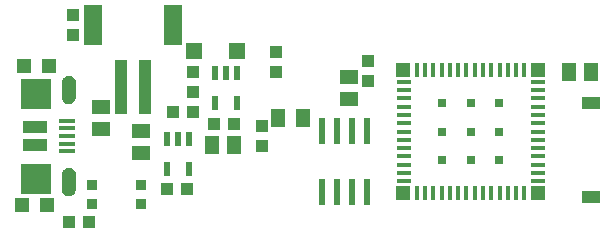
<source format=gbr>
G04 EAGLE Gerber RS-274X export*
G75*
%MOMM*%
%FSLAX34Y34*%
%LPD*%
%INSolderpaste Top*%
%IPPOS*%
%AMOC8*
5,1,8,0,0,1.08239X$1,22.5*%
G01*
%ADD10R,1.500000X1.240000*%
%ADD11R,1.100000X1.000000*%
%ADD12R,1.240000X1.500000*%
%ADD13R,1.200000X1.200000*%
%ADD14R,1.000000X1.100000*%
%ADD15R,1.350000X0.400000*%
%ADD16R,2.000000X1.000000*%
%ADD17R,2.500000X2.500000*%
%ADD18R,0.550000X1.200000*%
%ADD19R,1.400000X1.400000*%
%ADD20R,1.000000X4.600000*%
%ADD21R,1.600000X3.400000*%
%ADD22R,1.150000X1.150000*%
%ADD23R,0.350000X1.250000*%
%ADD24R,1.250000X0.350000*%
%ADD25R,0.700000X0.700000*%
%ADD26R,0.900000X0.900000*%
%ADD27R,0.600000X2.200000*%
%ADD28R,1.200000X1.500000*%
%ADD29R,1.500000X1.000000*%

G36*
X53548Y141173D02*
X53548Y141173D01*
X54822Y141373D01*
X54869Y141390D01*
X54959Y141411D01*
X56155Y141889D01*
X56198Y141916D01*
X56281Y141956D01*
X57341Y142688D01*
X57377Y142724D01*
X57448Y142782D01*
X58319Y143732D01*
X58346Y143774D01*
X58403Y143847D01*
X59040Y144967D01*
X59057Y145014D01*
X59096Y145097D01*
X59469Y146331D01*
X59474Y146381D01*
X59494Y146471D01*
X59583Y147756D01*
X59581Y147776D01*
X59584Y147800D01*
X59584Y158800D01*
X59582Y158815D01*
X59583Y158835D01*
X59522Y159961D01*
X59511Y160008D01*
X59503Y160084D01*
X59222Y161177D01*
X59202Y161221D01*
X59180Y161294D01*
X58692Y162311D01*
X58664Y162350D01*
X58627Y162417D01*
X57950Y163320D01*
X57915Y163353D01*
X57866Y163411D01*
X57026Y164164D01*
X56985Y164190D01*
X56925Y164238D01*
X55954Y164812D01*
X55909Y164829D01*
X55842Y164865D01*
X54777Y165239D01*
X54730Y165247D01*
X54657Y165269D01*
X53540Y165428D01*
X53512Y165427D01*
X53360Y165428D01*
X52244Y165269D01*
X52198Y165254D01*
X52123Y165239D01*
X51058Y164865D01*
X51016Y164841D01*
X50946Y164812D01*
X49975Y164238D01*
X49938Y164206D01*
X49874Y164164D01*
X49034Y163411D01*
X49005Y163374D01*
X48950Y163320D01*
X48273Y162417D01*
X48251Y162374D01*
X48208Y162311D01*
X47720Y161294D01*
X47707Y161247D01*
X47678Y161177D01*
X47397Y160084D01*
X47394Y160036D01*
X47378Y159961D01*
X47317Y158835D01*
X47319Y158819D01*
X47316Y158800D01*
X47316Y147800D01*
X47319Y147785D01*
X47317Y147765D01*
X47378Y146639D01*
X47390Y146592D01*
X47397Y146516D01*
X47678Y145423D01*
X47698Y145379D01*
X47720Y145306D01*
X48208Y144289D01*
X48237Y144250D01*
X48273Y144183D01*
X48950Y143280D01*
X48985Y143247D01*
X49034Y143189D01*
X49874Y142436D01*
X49915Y142410D01*
X49975Y142362D01*
X50946Y141788D01*
X50991Y141771D01*
X51058Y141735D01*
X52123Y141361D01*
X52170Y141353D01*
X52244Y141331D01*
X53360Y141172D01*
X53361Y141172D01*
X53548Y141173D01*
G37*
G36*
X53548Y63173D02*
X53548Y63173D01*
X54822Y63373D01*
X54869Y63390D01*
X54959Y63411D01*
X56155Y63889D01*
X56198Y63916D01*
X56281Y63956D01*
X57341Y64688D01*
X57377Y64724D01*
X57448Y64782D01*
X58319Y65732D01*
X58346Y65774D01*
X58403Y65847D01*
X59040Y66967D01*
X59057Y67014D01*
X59096Y67097D01*
X59469Y68331D01*
X59474Y68381D01*
X59494Y68471D01*
X59583Y69756D01*
X59581Y69776D01*
X59584Y69800D01*
X59584Y80800D01*
X59582Y80815D01*
X59583Y80835D01*
X59522Y81961D01*
X59511Y82008D01*
X59503Y82084D01*
X59222Y83177D01*
X59202Y83221D01*
X59180Y83294D01*
X58692Y84311D01*
X58664Y84350D01*
X58627Y84417D01*
X57950Y85320D01*
X57915Y85353D01*
X57866Y85411D01*
X57026Y86164D01*
X56985Y86190D01*
X56925Y86238D01*
X55954Y86812D01*
X55909Y86829D01*
X55842Y86865D01*
X54777Y87239D01*
X54730Y87247D01*
X54657Y87269D01*
X53540Y87428D01*
X53512Y87427D01*
X53360Y87428D01*
X52244Y87269D01*
X52198Y87254D01*
X52123Y87239D01*
X51058Y86865D01*
X51016Y86841D01*
X50946Y86812D01*
X49975Y86238D01*
X49938Y86206D01*
X49874Y86164D01*
X49034Y85411D01*
X49005Y85374D01*
X48950Y85320D01*
X48273Y84417D01*
X48251Y84374D01*
X48208Y84311D01*
X47720Y83294D01*
X47707Y83247D01*
X47678Y83177D01*
X47397Y82084D01*
X47394Y82036D01*
X47378Y81961D01*
X47317Y80835D01*
X47319Y80819D01*
X47316Y80800D01*
X47316Y69800D01*
X47319Y69785D01*
X47317Y69765D01*
X47378Y68639D01*
X47390Y68592D01*
X47397Y68516D01*
X47678Y67423D01*
X47698Y67379D01*
X47720Y67306D01*
X48208Y66289D01*
X48237Y66250D01*
X48273Y66183D01*
X48950Y65280D01*
X48985Y65247D01*
X49034Y65189D01*
X49874Y64436D01*
X49915Y64410D01*
X49975Y64362D01*
X50946Y63788D01*
X50991Y63771D01*
X51058Y63735D01*
X52123Y63361D01*
X52170Y63353D01*
X52244Y63331D01*
X53360Y63172D01*
X53361Y63172D01*
X53548Y63173D01*
G37*
D10*
X80880Y120090D03*
X80880Y139090D03*
D11*
X193664Y124630D03*
X176664Y124630D03*
D12*
X193304Y106530D03*
X174304Y106530D03*
D13*
X15950Y173590D03*
X36950Y173590D03*
D14*
X57150Y216780D03*
X57150Y199780D03*
D15*
X52200Y127300D03*
X52200Y120800D03*
X52200Y114300D03*
X52200Y107800D03*
X52200Y101300D03*
D16*
X24450Y121800D03*
X24450Y106800D03*
D17*
X25450Y150300D03*
X25450Y78300D03*
D18*
X196190Y167941D03*
X186690Y167941D03*
X177190Y167941D03*
X177190Y141939D03*
X196190Y141939D03*
D19*
X196300Y186690D03*
X159300Y186690D03*
D20*
X97950Y156040D03*
X117950Y156040D03*
D21*
X73950Y208040D03*
X141950Y208040D03*
D18*
X155550Y112061D03*
X146050Y112061D03*
X136550Y112061D03*
X136550Y86059D03*
X155550Y86059D03*
D13*
X34630Y55880D03*
X13630Y55880D03*
D11*
X53730Y41910D03*
X70730Y41910D03*
D10*
X114300Y118720D03*
X114300Y99720D03*
D11*
X153788Y69850D03*
X136788Y69850D03*
D14*
X158750Y168520D03*
X158750Y151520D03*
D11*
X158360Y134620D03*
X141360Y134620D03*
D14*
X217170Y122800D03*
X217170Y105800D03*
D22*
X450950Y65860D03*
D23*
X348200Y66235D03*
X355200Y66235D03*
X362200Y66235D03*
X369200Y66235D03*
X376200Y66235D03*
X383200Y66235D03*
X390200Y66235D03*
X397200Y66235D03*
X404200Y66235D03*
X411200Y66235D03*
X418200Y66235D03*
X425200Y66235D03*
X432200Y66235D03*
X439200Y66235D03*
D24*
X450450Y76110D03*
X450450Y83110D03*
X450450Y90110D03*
X450450Y97110D03*
X450450Y104110D03*
X450450Y111110D03*
X450450Y118110D03*
X450450Y125110D03*
X450450Y132110D03*
X450450Y139110D03*
X450450Y146110D03*
X450450Y153110D03*
X450450Y160110D03*
D22*
X450950Y170360D03*
X336450Y170360D03*
X336450Y65860D03*
D23*
X439200Y169985D03*
X432200Y169985D03*
X425200Y169985D03*
X418200Y169985D03*
X411200Y169985D03*
X404200Y169985D03*
X397200Y169985D03*
X390200Y169985D03*
X383200Y169985D03*
X376200Y169985D03*
X369200Y169985D03*
X362200Y169985D03*
X355200Y169985D03*
X348200Y169985D03*
D24*
X336950Y160110D03*
X336950Y153110D03*
X336950Y146110D03*
X336950Y139110D03*
X336950Y132110D03*
X336950Y125110D03*
X336950Y118110D03*
X336950Y111110D03*
X336950Y104110D03*
X336950Y97110D03*
X336950Y90110D03*
X336950Y83110D03*
X336950Y76110D03*
D25*
X369700Y94110D03*
X393700Y94110D03*
X417700Y94110D03*
X369700Y118110D03*
X393700Y118110D03*
X417700Y118110D03*
X369700Y142110D03*
X393700Y142110D03*
X417700Y142110D03*
D26*
X73480Y56770D03*
X73480Y72770D03*
X114480Y72770D03*
X114480Y56770D03*
D27*
X293624Y118710D03*
X293624Y66710D03*
X306324Y118710D03*
X280924Y118710D03*
X268224Y118710D03*
X306324Y66710D03*
X280924Y66710D03*
X268224Y66710D03*
D28*
X230800Y129540D03*
X251800Y129540D03*
D12*
X476910Y168148D03*
X495910Y168148D03*
D10*
X290576Y145440D03*
X290576Y164440D03*
D14*
X306578Y177918D03*
X306578Y160918D03*
D29*
X495808Y62616D03*
X495808Y142616D03*
D14*
X228600Y185284D03*
X228600Y168284D03*
M02*

</source>
